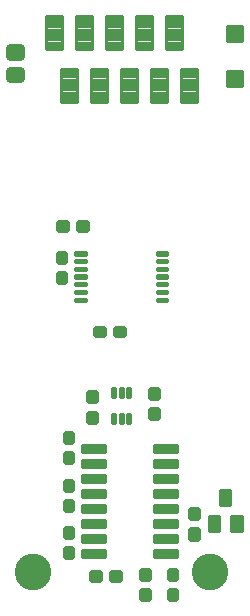
<source format=gbr>
G04 EAGLE Gerber RS-274X export*
G75*
%MOMM*%
%FSLAX34Y34*%
%LPD*%
%INSoldermask Top*%
%IPPOS*%
%AMOC8*
5,1,8,0,0,1.08239X$1,22.5*%
G01*
%ADD10C,3.100000*%
%ADD11C,0.605000*%
%ADD12C,0.756000*%
%ADD13C,0.300000*%
%ADD14C,0.288000*%
%ADD15C,0.299550*%
%ADD16C,0.296553*%
%ADD17C,0.297000*%
%ADD18C,0.300166*%


D10*
X-75000Y-250000D03*
X75000Y-250000D03*
D11*
X-48525Y-3475D02*
X-48525Y2475D01*
X-48525Y-3475D02*
X-53475Y-3475D01*
X-53475Y2475D01*
X-48525Y2475D01*
X-48525Y2272D02*
X-53475Y2272D01*
X-48525Y13525D02*
X-48525Y19475D01*
X-48525Y13525D02*
X-53475Y13525D01*
X-53475Y19475D01*
X-48525Y19475D01*
X-48525Y19272D02*
X-53475Y19272D01*
D12*
X-94220Y187280D02*
X-94220Y193720D01*
X-85780Y193720D01*
X-85780Y187280D01*
X-94220Y187280D01*
X-94220Y174720D02*
X-94220Y168280D01*
X-94220Y174720D02*
X-85780Y174720D01*
X-85780Y168280D01*
X-94220Y168280D01*
D11*
X-8475Y-250525D02*
X-2525Y-250525D01*
X-2525Y-255475D01*
X-8475Y-255475D01*
X-8475Y-250525D01*
X-19525Y-250525D02*
X-25475Y-250525D01*
X-19525Y-250525D02*
X-19525Y-255475D01*
X-25475Y-255475D01*
X-25475Y-250525D01*
X-21475Y-48475D02*
X-15525Y-48475D01*
X-21475Y-48475D02*
X-21475Y-43525D01*
X-15525Y-43525D01*
X-15525Y-48475D01*
X-4475Y-48475D02*
X1475Y-48475D01*
X-4475Y-48475D02*
X-4475Y-43525D01*
X1475Y-43525D01*
X1475Y-48475D01*
D13*
X90000Y162000D02*
X90000Y174000D01*
X102000Y174000D01*
X102000Y162000D01*
X90000Y162000D01*
X90000Y164850D02*
X102000Y164850D01*
X102000Y167700D02*
X90000Y167700D01*
X90000Y170550D02*
X102000Y170550D01*
X102000Y173400D02*
X90000Y173400D01*
X90000Y200000D02*
X90000Y212000D01*
X102000Y212000D01*
X102000Y200000D01*
X90000Y200000D01*
X90000Y202850D02*
X102000Y202850D01*
X102000Y205700D02*
X90000Y205700D01*
X90000Y208550D02*
X102000Y208550D01*
X102000Y211400D02*
X90000Y211400D01*
D14*
X63710Y176160D02*
X50590Y176160D01*
X63710Y176160D02*
X63710Y148040D01*
X50590Y148040D01*
X50590Y176160D01*
X50590Y150776D02*
X63710Y150776D01*
X63710Y153512D02*
X50590Y153512D01*
X50590Y156248D02*
X63710Y156248D01*
X63710Y158984D02*
X50590Y158984D01*
X50590Y161720D02*
X63710Y161720D01*
X63710Y164456D02*
X50590Y164456D01*
X50590Y167192D02*
X63710Y167192D01*
X63710Y169928D02*
X50590Y169928D01*
X50590Y172664D02*
X63710Y172664D01*
X63710Y175400D02*
X50590Y175400D01*
X51010Y221160D02*
X37890Y221160D01*
X51010Y221160D02*
X51010Y193040D01*
X37890Y193040D01*
X37890Y221160D01*
X37890Y195776D02*
X51010Y195776D01*
X51010Y198512D02*
X37890Y198512D01*
X37890Y201248D02*
X51010Y201248D01*
X51010Y203984D02*
X37890Y203984D01*
X37890Y206720D02*
X51010Y206720D01*
X51010Y209456D02*
X37890Y209456D01*
X37890Y212192D02*
X51010Y212192D01*
X51010Y214928D02*
X37890Y214928D01*
X37890Y217664D02*
X51010Y217664D01*
X51010Y220400D02*
X37890Y220400D01*
X38310Y176160D02*
X25190Y176160D01*
X38310Y176160D02*
X38310Y148040D01*
X25190Y148040D01*
X25190Y176160D01*
X25190Y150776D02*
X38310Y150776D01*
X38310Y153512D02*
X25190Y153512D01*
X25190Y156248D02*
X38310Y156248D01*
X38310Y158984D02*
X25190Y158984D01*
X25190Y161720D02*
X38310Y161720D01*
X38310Y164456D02*
X25190Y164456D01*
X25190Y167192D02*
X38310Y167192D01*
X38310Y169928D02*
X25190Y169928D01*
X25190Y172664D02*
X38310Y172664D01*
X38310Y175400D02*
X25190Y175400D01*
X25610Y221160D02*
X12490Y221160D01*
X25610Y221160D02*
X25610Y193040D01*
X12490Y193040D01*
X12490Y221160D01*
X12490Y195776D02*
X25610Y195776D01*
X25610Y198512D02*
X12490Y198512D01*
X12490Y201248D02*
X25610Y201248D01*
X25610Y203984D02*
X12490Y203984D01*
X12490Y206720D02*
X25610Y206720D01*
X25610Y209456D02*
X12490Y209456D01*
X12490Y212192D02*
X25610Y212192D01*
X25610Y214928D02*
X12490Y214928D01*
X12490Y217664D02*
X25610Y217664D01*
X25610Y220400D02*
X12490Y220400D01*
X12910Y176160D02*
X-210Y176160D01*
X12910Y176160D02*
X12910Y148040D01*
X-210Y148040D01*
X-210Y176160D01*
X-210Y150776D02*
X12910Y150776D01*
X12910Y153512D02*
X-210Y153512D01*
X-210Y156248D02*
X12910Y156248D01*
X12910Y158984D02*
X-210Y158984D01*
X-210Y161720D02*
X12910Y161720D01*
X12910Y164456D02*
X-210Y164456D01*
X-210Y167192D02*
X12910Y167192D01*
X12910Y169928D02*
X-210Y169928D01*
X-210Y172664D02*
X12910Y172664D01*
X12910Y175400D02*
X-210Y175400D01*
X210Y221160D02*
X-12910Y221160D01*
X210Y221160D02*
X210Y193040D01*
X-12910Y193040D01*
X-12910Y221160D01*
X-12910Y195776D02*
X210Y195776D01*
X210Y198512D02*
X-12910Y198512D01*
X-12910Y201248D02*
X210Y201248D01*
X210Y203984D02*
X-12910Y203984D01*
X-12910Y206720D02*
X210Y206720D01*
X210Y209456D02*
X-12910Y209456D01*
X-12910Y212192D02*
X210Y212192D01*
X210Y214928D02*
X-12910Y214928D01*
X-12910Y217664D02*
X210Y217664D01*
X210Y220400D02*
X-12910Y220400D01*
X-12490Y176160D02*
X-25610Y176160D01*
X-12490Y176160D02*
X-12490Y148040D01*
X-25610Y148040D01*
X-25610Y176160D01*
X-25610Y150776D02*
X-12490Y150776D01*
X-12490Y153512D02*
X-25610Y153512D01*
X-25610Y156248D02*
X-12490Y156248D01*
X-12490Y158984D02*
X-25610Y158984D01*
X-25610Y161720D02*
X-12490Y161720D01*
X-12490Y164456D02*
X-25610Y164456D01*
X-25610Y167192D02*
X-12490Y167192D01*
X-12490Y169928D02*
X-25610Y169928D01*
X-25610Y172664D02*
X-12490Y172664D01*
X-12490Y175400D02*
X-25610Y175400D01*
X-25190Y221160D02*
X-38310Y221160D01*
X-25190Y221160D02*
X-25190Y193040D01*
X-38310Y193040D01*
X-38310Y221160D01*
X-38310Y195776D02*
X-25190Y195776D01*
X-25190Y198512D02*
X-38310Y198512D01*
X-38310Y201248D02*
X-25190Y201248D01*
X-25190Y203984D02*
X-38310Y203984D01*
X-38310Y206720D02*
X-25190Y206720D01*
X-25190Y209456D02*
X-38310Y209456D01*
X-38310Y212192D02*
X-25190Y212192D01*
X-25190Y214928D02*
X-38310Y214928D01*
X-38310Y217664D02*
X-25190Y217664D01*
X-25190Y220400D02*
X-38310Y220400D01*
X-37890Y176160D02*
X-51010Y176160D01*
X-37890Y176160D02*
X-37890Y148040D01*
X-51010Y148040D01*
X-51010Y176160D01*
X-51010Y150776D02*
X-37890Y150776D01*
X-37890Y153512D02*
X-51010Y153512D01*
X-51010Y156248D02*
X-37890Y156248D01*
X-37890Y158984D02*
X-51010Y158984D01*
X-51010Y161720D02*
X-37890Y161720D01*
X-37890Y164456D02*
X-51010Y164456D01*
X-51010Y167192D02*
X-37890Y167192D01*
X-37890Y169928D02*
X-51010Y169928D01*
X-51010Y172664D02*
X-37890Y172664D01*
X-37890Y175400D02*
X-51010Y175400D01*
X-50590Y221160D02*
X-63710Y221160D01*
X-50590Y221160D02*
X-50590Y193040D01*
X-63710Y193040D01*
X-63710Y221160D01*
X-63710Y195776D02*
X-50590Y195776D01*
X-50590Y198512D02*
X-63710Y198512D01*
X-63710Y201248D02*
X-50590Y201248D01*
X-50590Y203984D02*
X-63710Y203984D01*
X-63710Y206720D02*
X-50590Y206720D01*
X-50590Y209456D02*
X-63710Y209456D01*
X-63710Y212192D02*
X-50590Y212192D01*
X-50590Y214928D02*
X-63710Y214928D01*
X-63710Y217664D02*
X-50590Y217664D01*
X-50590Y220400D02*
X-63710Y220400D01*
D11*
X-42525Y-149525D02*
X-42525Y-155475D01*
X-47475Y-155475D01*
X-47475Y-149525D01*
X-42525Y-149525D01*
X-42525Y-149728D02*
X-47475Y-149728D01*
X-42525Y-138475D02*
X-42525Y-132525D01*
X-42525Y-138475D02*
X-47475Y-138475D01*
X-47475Y-132525D01*
X-42525Y-132525D01*
X-42525Y-132728D02*
X-47475Y-132728D01*
X-47475Y-213525D02*
X-47475Y-219475D01*
X-47475Y-213525D02*
X-42525Y-213525D01*
X-42525Y-219475D01*
X-47475Y-219475D01*
X-47475Y-213728D02*
X-42525Y-213728D01*
X-47475Y-230525D02*
X-47475Y-236475D01*
X-47475Y-230525D02*
X-42525Y-230525D01*
X-42525Y-236475D01*
X-47475Y-236475D01*
X-47475Y-230728D02*
X-42525Y-230728D01*
D15*
X30367Y18974D02*
X30367Y20026D01*
X38277Y20026D01*
X38277Y18974D01*
X30367Y18974D01*
X30367Y13526D02*
X30367Y12474D01*
X30367Y13526D02*
X38277Y13526D01*
X38277Y12474D01*
X30367Y12474D01*
X30367Y7026D02*
X30367Y5974D01*
X30367Y7026D02*
X38277Y7026D01*
X38277Y5974D01*
X30367Y5974D01*
X30367Y526D02*
X30367Y-526D01*
X30367Y526D02*
X38277Y526D01*
X38277Y-526D01*
X30367Y-526D01*
X30367Y-5974D02*
X30367Y-7026D01*
X30367Y-5974D02*
X38277Y-5974D01*
X38277Y-7026D01*
X30367Y-7026D01*
X30367Y-12474D02*
X30367Y-13526D01*
X30367Y-12474D02*
X38277Y-12474D01*
X38277Y-13526D01*
X30367Y-13526D01*
X30367Y-18974D02*
X30367Y-20026D01*
X30367Y-18974D02*
X38277Y-18974D01*
X38277Y-20026D01*
X30367Y-20026D01*
X-38277Y-20026D02*
X-38277Y-18974D01*
X-30367Y-18974D01*
X-30367Y-20026D01*
X-38277Y-20026D01*
X-38277Y-13526D02*
X-38277Y-12474D01*
X-30367Y-12474D01*
X-30367Y-13526D01*
X-38277Y-13526D01*
X-38277Y-7026D02*
X-38277Y-5974D01*
X-30367Y-5974D01*
X-30367Y-7026D01*
X-38277Y-7026D01*
X-38277Y-526D02*
X-38277Y526D01*
X-30367Y526D01*
X-30367Y-526D01*
X-38277Y-526D01*
X-38277Y5974D02*
X-38277Y7026D01*
X-30367Y7026D01*
X-30367Y5974D01*
X-38277Y5974D01*
X-38277Y12474D02*
X-38277Y13526D01*
X-30367Y13526D01*
X-30367Y12474D01*
X-38277Y12474D01*
X-38277Y18974D02*
X-38277Y20026D01*
X-30367Y20026D01*
X-30367Y18974D01*
X-38277Y18974D01*
D11*
X-36475Y45475D02*
X-30525Y45475D01*
X-30525Y40525D01*
X-36475Y40525D01*
X-36475Y45475D01*
X-47525Y45475D02*
X-53475Y45475D01*
X-47525Y45475D02*
X-47525Y40525D01*
X-53475Y40525D01*
X-53475Y45475D01*
X29475Y-112525D02*
X29475Y-118475D01*
X24525Y-118475D01*
X24525Y-112525D01*
X29475Y-112525D01*
X29475Y-112728D02*
X24525Y-112728D01*
X29475Y-101475D02*
X29475Y-95525D01*
X29475Y-101475D02*
X24525Y-101475D01*
X24525Y-95525D01*
X29475Y-95525D01*
X29475Y-95728D02*
X24525Y-95728D01*
X-22525Y-115525D02*
X-22525Y-121475D01*
X-27475Y-121475D01*
X-27475Y-115525D01*
X-22525Y-115525D01*
X-22525Y-115728D02*
X-27475Y-115728D01*
X-22525Y-104475D02*
X-22525Y-98525D01*
X-22525Y-104475D02*
X-27475Y-104475D01*
X-27475Y-98525D01*
X-22525Y-98525D01*
X-22525Y-98728D02*
X-27475Y-98728D01*
D16*
X-32911Y-143231D02*
X-32911Y-147869D01*
X-32911Y-143231D02*
X-14557Y-143231D01*
X-14557Y-147869D01*
X-32911Y-147869D01*
X-32911Y-145051D02*
X-14557Y-145051D01*
X-32911Y-155931D02*
X-32911Y-160569D01*
X-32911Y-155931D02*
X-14557Y-155931D01*
X-14557Y-160569D01*
X-32911Y-160569D01*
X-32911Y-157751D02*
X-14557Y-157751D01*
X-32911Y-168631D02*
X-32911Y-173269D01*
X-32911Y-168631D02*
X-14557Y-168631D01*
X-14557Y-173269D01*
X-32911Y-173269D01*
X-32911Y-170451D02*
X-14557Y-170451D01*
X-32911Y-181331D02*
X-32911Y-185969D01*
X-32911Y-181331D02*
X-14557Y-181331D01*
X-14557Y-185969D01*
X-32911Y-185969D01*
X-32911Y-183151D02*
X-14557Y-183151D01*
X-32911Y-194031D02*
X-32911Y-198669D01*
X-32911Y-194031D02*
X-14557Y-194031D01*
X-14557Y-198669D01*
X-32911Y-198669D01*
X-32911Y-195851D02*
X-14557Y-195851D01*
X-32911Y-206731D02*
X-32911Y-211369D01*
X-32911Y-206731D02*
X-14557Y-206731D01*
X-14557Y-211369D01*
X-32911Y-211369D01*
X-32911Y-208551D02*
X-14557Y-208551D01*
X-32911Y-219431D02*
X-32911Y-224069D01*
X-32911Y-219431D02*
X-14557Y-219431D01*
X-14557Y-224069D01*
X-32911Y-224069D01*
X-32911Y-221251D02*
X-14557Y-221251D01*
X-32911Y-232131D02*
X-32911Y-236769D01*
X-32911Y-232131D02*
X-14557Y-232131D01*
X-14557Y-236769D01*
X-32911Y-236769D01*
X-32911Y-233951D02*
X-14557Y-233951D01*
X28557Y-232131D02*
X28557Y-236769D01*
X28557Y-232131D02*
X46911Y-232131D01*
X46911Y-236769D01*
X28557Y-236769D01*
X28557Y-233951D02*
X46911Y-233951D01*
X28557Y-224069D02*
X28557Y-219431D01*
X46911Y-219431D01*
X46911Y-224069D01*
X28557Y-224069D01*
X28557Y-221251D02*
X46911Y-221251D01*
X28557Y-211369D02*
X28557Y-206731D01*
X46911Y-206731D01*
X46911Y-211369D01*
X28557Y-211369D01*
X28557Y-208551D02*
X46911Y-208551D01*
X28557Y-198669D02*
X28557Y-194031D01*
X46911Y-194031D01*
X46911Y-198669D01*
X28557Y-198669D01*
X28557Y-195851D02*
X46911Y-195851D01*
X28557Y-185969D02*
X28557Y-181331D01*
X46911Y-181331D01*
X46911Y-185969D01*
X28557Y-185969D01*
X28557Y-183151D02*
X46911Y-183151D01*
X28557Y-173269D02*
X28557Y-168631D01*
X46911Y-168631D01*
X46911Y-173269D01*
X28557Y-173269D01*
X28557Y-170451D02*
X46911Y-170451D01*
X28557Y-160569D02*
X28557Y-155931D01*
X46911Y-155931D01*
X46911Y-160569D01*
X28557Y-160569D01*
X28557Y-157751D02*
X46911Y-157751D01*
X28557Y-147869D02*
X28557Y-143231D01*
X46911Y-143231D01*
X46911Y-147869D01*
X28557Y-147869D01*
X28557Y-145051D02*
X46911Y-145051D01*
D11*
X-47475Y-173525D02*
X-47475Y-179475D01*
X-47475Y-173525D02*
X-42525Y-173525D01*
X-42525Y-179475D01*
X-47475Y-179475D01*
X-47475Y-173728D02*
X-42525Y-173728D01*
X-47475Y-190525D02*
X-47475Y-196475D01*
X-47475Y-190525D02*
X-42525Y-190525D01*
X-42525Y-196475D01*
X-47475Y-196475D01*
X-47475Y-190728D02*
X-42525Y-190728D01*
D17*
X74485Y-215015D02*
X82515Y-215015D01*
X74485Y-215015D02*
X74485Y-202985D01*
X82515Y-202985D01*
X82515Y-215015D01*
X82515Y-212194D02*
X74485Y-212194D01*
X74485Y-209373D02*
X82515Y-209373D01*
X82515Y-206552D02*
X74485Y-206552D01*
X74485Y-203731D02*
X82515Y-203731D01*
X93485Y-215015D02*
X101515Y-215015D01*
X93485Y-215015D02*
X93485Y-202985D01*
X101515Y-202985D01*
X101515Y-215015D01*
X101515Y-212194D02*
X93485Y-212194D01*
X93485Y-209373D02*
X101515Y-209373D01*
X101515Y-206552D02*
X93485Y-206552D01*
X93485Y-203731D02*
X101515Y-203731D01*
X92015Y-193015D02*
X83985Y-193015D01*
X83985Y-180985D01*
X92015Y-180985D01*
X92015Y-193015D01*
X92015Y-190194D02*
X83985Y-190194D01*
X83985Y-187373D02*
X92015Y-187373D01*
X92015Y-184552D02*
X83985Y-184552D01*
X83985Y-181731D02*
X92015Y-181731D01*
D11*
X17525Y-248525D02*
X17525Y-254475D01*
X17525Y-248525D02*
X22475Y-248525D01*
X22475Y-254475D01*
X17525Y-254475D01*
X17525Y-248728D02*
X22475Y-248728D01*
X17525Y-265525D02*
X17525Y-271475D01*
X17525Y-265525D02*
X22475Y-265525D01*
X22475Y-271475D01*
X17525Y-271475D01*
X17525Y-265728D02*
X22475Y-265728D01*
X45475Y-265525D02*
X45475Y-271475D01*
X40525Y-271475D01*
X40525Y-265525D01*
X45475Y-265525D01*
X45475Y-265728D02*
X40525Y-265728D01*
X45475Y-254475D02*
X45475Y-248525D01*
X45475Y-254475D02*
X40525Y-254475D01*
X40525Y-248525D01*
X45475Y-248525D01*
X45475Y-248728D02*
X40525Y-248728D01*
X63475Y-220475D02*
X63475Y-214525D01*
X63475Y-220475D02*
X58525Y-220475D01*
X58525Y-214525D01*
X63475Y-214525D01*
X63475Y-214728D02*
X58525Y-214728D01*
X63475Y-203475D02*
X63475Y-197525D01*
X63475Y-203475D02*
X58525Y-203475D01*
X58525Y-197525D01*
X63475Y-197525D01*
X63475Y-197728D02*
X58525Y-197728D01*
D18*
X-5727Y-123437D02*
X-5727Y-116733D01*
X-5727Y-123437D02*
X-7273Y-123437D01*
X-7273Y-116733D01*
X-5727Y-116733D01*
X-5727Y-120585D02*
X-7273Y-120585D01*
X-7273Y-117733D02*
X-5727Y-117733D01*
X773Y-116733D02*
X773Y-123437D01*
X-773Y-123437D01*
X-773Y-116733D01*
X773Y-116733D01*
X773Y-120585D02*
X-773Y-120585D01*
X-773Y-117733D02*
X773Y-117733D01*
X7273Y-116733D02*
X7273Y-123437D01*
X5727Y-123437D01*
X5727Y-116733D01*
X7273Y-116733D01*
X7273Y-120585D02*
X5727Y-120585D01*
X5727Y-117733D02*
X7273Y-117733D01*
X7273Y-101268D02*
X7273Y-94564D01*
X7273Y-101268D02*
X5727Y-101268D01*
X5727Y-94564D01*
X7273Y-94564D01*
X7273Y-98416D02*
X5727Y-98416D01*
X5727Y-95564D02*
X7273Y-95564D01*
X773Y-94564D02*
X773Y-101268D01*
X-773Y-101268D01*
X-773Y-94564D01*
X773Y-94564D01*
X773Y-98416D02*
X-773Y-98416D01*
X-773Y-95564D02*
X773Y-95564D01*
X-5727Y-94564D02*
X-5727Y-101268D01*
X-7273Y-101268D01*
X-7273Y-94564D01*
X-5727Y-94564D01*
X-5727Y-98416D02*
X-7273Y-98416D01*
X-7273Y-95564D02*
X-5727Y-95564D01*
M02*

</source>
